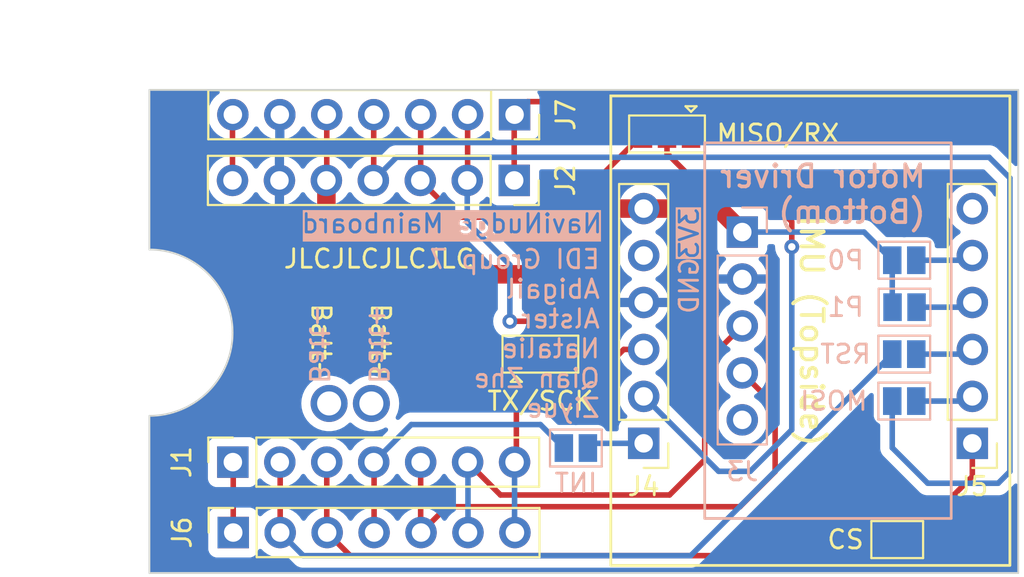
<source format=kicad_pcb>
(kicad_pcb (version 20240108) (generator "pcbnew") (generator_version "8.0")
  (layers (0 "F.Cu" signal) (31 "B.Cu" signal) (34 "B.Paste" user) (35 "F.Paste" user) (36 "B.SilkS" user "B.Silkscreen") (37 "F.SilkS" user "F.Silkscreen") (38 "B.Mask" user) (39 "F.Mask" user) (44 "Edge.Cuts" user))
  (net 0 "")
  (net 1 "/D0")
  (net 2 "/D2{slash}CS")
  (net 3 "/D1{slash}RST")
  (net 4 "/D3{slash}INT")
  (net 5 "/D4_SDA")
  (net 6 "/D5_SCL")
  (net 7 "/D6_TX")
  (net 8 "/D7_RX")
  (net 9 "/D8_SCK")
  (net 10 "/D9_MISO")
  (net 11 "/D10_MOSI")
  (net 12 "+3V3")
  (net 13 "GND")
  (net 14 "+5V")
  (net 16 "Net-(J4-Pin_2)")
  (net 17 "Net-(J4-Pin_3)")
  (net 19 "Net-(J5-Pin_5)")
  (net 20 "Net-(J5-Pin_4)")
  (net 21 "Net-(J5-Pin_3)")
  (net 23 "Net-(J5-Pin_2)")
  (net 24 "Net-(J4-Pin_1)")
  (net 25 "Net-(J5-Pin_1)")
  (footprint "Connector_PinHeader_2.54mm:PinHeader_1x06_P2.54mm_Vertical" (layer "F.Cu") (at 144.018 78.486 180)
    (property "Reference" "J5" (at 0 -2.33 0) (layer "F.SilkS"))
    (property "Value" "BNO085_Top" (hide yes))
    (fp_line (start 1.33 1.270001) (end 1.33 14.03) (stroke (width 0.12)) (layer "F.SilkS"))
    (fp_line (start -1.33 14.03) (end 1.33 14.03) (stroke (width 0.12)) (layer "F.SilkS"))
    (fp_line (start -1.33 1.270001) (end 1.33 1.270001) (stroke (width 0.12)) (layer "F.SilkS"))
    (fp_line (start -1.33 1.270001) (end -1.33 14.03) (stroke (width 0.12)) (layer "F.SilkS"))
    (fp_line (start -1.33 0) (end -1.33 -1.33) (stroke (width 0.12)) (layer "F.SilkS"))
    (fp_line (start -1.33 -1.33) (end 0 -1.33) (stroke (width 0.12)) (layer "F.SilkS"))
    (pad "1" thru_hole rect (at 0 0 180) (size 1.7 1.7) (drill 1) (layers "*.Cu" "*.Mask") (net 25 "Net-(J5-Pin_1)"))
    (pad "2" thru_hole oval (at 0 2.54 180) (size 1.7 1.7) (drill 1) (layers "*.Cu" "*.Mask") (net 23 "Net-(J5-Pin_2)"))
    (pad "3" thru_hole oval (at 0 5.079999 180) (size 1.7 1.7) (drill 1) (layers "*.Cu" "*.Mask") (net 21 "Net-(J5-Pin_3)"))
    (pad "4" thru_hole oval (at 0 7.62 180) (size 1.7 1.7) (drill 1) (layers "*.Cu" "*.Mask") (net 20 "Net-(J5-Pin_4)"))
    (pad "5" thru_hole oval (at 0 10.16 180) (size 1.7 1.7) (drill 1) (layers "*.Cu" "*.Mask") (net 19 "Net-(J5-Pin_5)"))
    (pad "6" thru_hole oval (at 0 12.7 180) (size 1.7 1.7) (drill 1) (layers "*.Cu" "*.Mask"))
  )
  (footprint "Connector_PinSocket_2.54mm:PinSocket_1x07_P2.54mm_Vertical" (layer "F.Cu") (at 104.033 83.312 90)
    (property "Reference" "J6" (at 0 -2.77 90) (layer "F.SilkS"))
    (property "Value" "Xiao_Left_Headers" (hide yes))
    (fp_line (start 1.33 -1.33) (end 1.33 0) (stroke (width 0.12)) (layer "F.SilkS"))
    (fp_line (start 0 -1.33) (end 1.33 -1.33) (stroke (width 0.12)) (layer "F.SilkS"))
    (fp_line (start 1.33 1.27) (end 1.33 16.57) (stroke (width 0.12)) (layer "F.SilkS"))
    (fp_line (start -1.33 1.27) (end 1.33 1.27) (stroke (width 0.12)) (layer "F.SilkS"))
    (fp_line (start -1.33 1.27) (end -1.33 16.57) (stroke (width 0.12)) (layer "F.SilkS"))
    (fp_line (start -1.33 16.57) (end 1.33 16.57) (stroke (width 0.12)) (layer "F.SilkS"))
    (pad "1" thru_hole rect (at 0 0 90) (size 1.7 1.7) (drill 1) (layers "*.Cu" "*.Mask") (net 1 "/D0"))
    (pad "2" thru_hole oval (at 0 2.54 90) (size 1.7 1.7) (drill 1) (layers "*.Cu" "*.Mask") (net 3 "/D1{slash}RST"))
    (pad "3" thru_hole oval (at 0 5.08 90) (size 1.7 1.7) (drill 1) (layers "*.Cu" "*.Mask") (net 2 "/D2{slash}CS"))
    (pad "4" thru_hole oval (at 0 7.62 90) (size 1.7 1.7) (drill 1) (layers "*.Cu" "*.Mask") (net 4 "/D3{slash}INT"))
    (pad "5" thru_hole oval (at 0 10.16 90) (size 1.7 1.7) (drill 1) (layers "*.Cu" "*.Mask") (net 5 "/D4_SDA"))
    (pad "6" thru_hole oval (at 0 12.7 90) (size 1.7 1.7) (drill 1) (layers "*.Cu" "*.Mask") (net 6 "/D5_SCL"))
    (pad "7" thru_hole oval (at 0 15.24 90) (size 1.7 1.7) (drill 1) (layers "*.Cu" "*.Mask") (net 7 "/D6_TX"))
  )
  (footprint "Connector_PinSocket_2.54mm:PinSocket_1x07_P2.54mm_Vertical" (layer "F.Cu") (at 119.253 60.706 -90)
    (property "Reference" "J7" (at 0 -2.77 90) (layer "F.SilkS"))
    (property "Value" "Xiao_Right_Headers" (hide yes))
    (fp_line (start -1.33 16.569999) (end 1.33 16.569999) (stroke (width 0.12)) (layer "F.SilkS"))
    (fp_line (start -1.33 1.270001) (end -1.33 16.569999) (stroke (width 0.12)) (layer "F.SilkS"))
    (fp_line (start -1.33 1.270001) (end 1.33 1.270001) (stroke (width 0.12)) (layer "F.SilkS"))
    (fp_line (start 1.33 1.270001) (end 1.33 16.569999) (stroke (width 0.12)) (layer "F.SilkS"))
    (fp_line (start 0 -1.33) (end 1.33 -1.33) (stroke (width 0.12)) (layer "F.SilkS"))
    (fp_line (start 1.33 -1.33) (end 1.33 0) (stroke (width 0.12)) (layer "F.SilkS"))
    (pad "1" thru_hole rect (at 0 0 270) (size 1.7 1.7) (drill 1) (layers "*.Cu" "*.Mask") (net 8 "/D7_RX"))
    (pad "2" thru_hole oval (at 0 2.54 270) (size 1.7 1.7) (drill 1) (layers "*.Cu" "*.Mask") (net 9 "/D8_SCK"))
    (pad "3" thru_hole oval (at 0 5.079999 270) (size 1.7 1.7) (drill 1) (layers "*.Cu" "*.Mask") (net 10 "/D9_MISO"))
    (pad "4" thru_hole oval (at 0 7.62 270) (size 1.7 1.7) (drill 1) (layers "*.Cu" "*.Mask") (net 11 "/D10_MOSI"))
    (pad "5" thru_hole oval (at 0 10.16 270) (size 1.7 1.7) (drill 1) (layers "*.Cu" "*.Mask") (net 12 "+3V3"))
    (pad "6" thru_hole oval (at 0 12.7 270) (size 1.7 1.7) (drill 1) (layers "*.Cu" "*.Mask") (net 13 "GND"))
    (pad "7" thru_hole oval (at 0 15.24 270) (size 1.7 1.7) (drill 1) (layers "*.Cu" "*.Mask") (net 14 "+5V"))
  )
  (footprint "Jumper:SolderJumper-3_P1.3mm_Bridged12_Pad1.0x1.5mm" (layer "F.Cu") (at 120.65 73.66)
    (property "Reference" "JP1" (hide yes))
    (property "Value" "TX/SCK" (at 0 2.54 0) (layer "F.SilkS"))
    (fp_poly (pts (xy -0.9 -0.3) (xy -0.4 -0.3) (xy -0.4 0.3) (xy -0.9 0.3)) (fill solid) (layer "F.Cu"))
    (fp_line (start -2.05 -1) (end 2.05 -1) (stroke (width 0.12)) (layer "F.SilkS"))
    (fp_line (start -2.05 1) (end -2.05 -1) (stroke (width 0.12)) (layer "F.SilkS"))
    (fp_line (start -1.6 1.5) (end -1 1.5) (stroke (width 0.12)) (layer "F.SilkS"))
    (fp_line (start -1.3 1.2) (end -1.6 1.5) (stroke (width 0.12)) (layer "F.SilkS"))
    (fp_line (start -1.3 1.2) (end -1 1.5) (stroke (width 0.12)) (layer "F.SilkS"))
    (fp_line (start 2.05 -1) (end 2.05 1) (stroke (width 0.12)) (layer "F.SilkS"))
    (fp_line (start 2.05 1) (end -2.05 1) (stroke (width 0.12)) (layer "F.SilkS"))
    (pad "1" smd rect (at -1.3 0) (size 1 1.5) (layers "F.Cu" "F.Mask") (net 7 "/D6_TX"))
    (pad "2" smd rect (at 0 0) (size 1 1.5) (layers "F.Cu" "F.Mask") (net 17 "Net-(J4-Pin_3)"))
    (pad "3" smd rect (at 1.3 0) (size 1 1.5) (layers "F.Cu" "F.Mask") (net 9 "/D8_SCK"))
  )
  (footprint "Connector_PinHeader_2.54mm:PinHeader_1x06_P2.54mm_Vertical" (layer "F.Cu") (at 126.238 78.486 180)
    (property "Reference" "J4" (at 0 -2.33 0) (layer "F.SilkS"))
    (property "Value" "BNO085_Bottom" (hide yes))
    (fp_line (start 1.33 1.270001) (end 1.33 14.03) (stroke (width 0.12)) (layer "F.SilkS"))
    (fp_line (start -1.33 14.03) (end 1.33 14.03) (stroke (width 0.12)) (layer "F.SilkS"))
    (fp_line (start -1.33 1.270001) (end 1.33 1.270001) (stroke (width 0.12)) (layer "F.SilkS"))
    (fp_line (start -1.33 1.270001) (end -1.33 14.03) (stroke (width 0.12)) (layer "F.SilkS"))
    (fp_line (start -1.33 0) (end -1.33 -1.33) (stroke (width 0.12)) (layer "F.SilkS"))
    (fp_line (start -1.33 -1.33) (end 0 -1.33) (stroke (width 0.12)) (layer "F.SilkS"))
    (pad "1" thru_hole rect (at 0 0 180) (size 1.7 1.7) (drill 1) (layers "*.Cu" "*.Mask") (net 24 "Net-(J4-Pin_1)"))
    (pad "2" thru_hole oval (at 0 2.54 180) (size 1.7 1.7) (drill 1) (layers "*.Cu" "*.Mask") (net 16 "Net-(J4-Pin_2)"))
    (pad "3" thru_hole oval (at 0 5.079999 180) (size 1.7 1.7) (drill 1) (layers "*.Cu" "*.Mask") (net 17 "Net-(J4-Pin_3)"))
    (pad "4" thru_hole oval (at 0 7.62 180) (size 1.7 1.7) (drill 1) (layers "*.Cu" "*.Mask") (net 13 "GND"))
    (pad "5" thru_hole oval (at 0 10.16 180) (size 1.7 1.7) (drill 1) (layers "*.Cu" "*.Mask"))
    (pad "6" thru_hole oval (at 0 12.7 180) (size 1.7 1.7) (drill 1) (layers "*.Cu" "*.Mask") (net 12 "+3V3"))
  )
  (footprint "Connector_PinSocket_2.54mm:PinSocket_1x07_P2.54mm_Vertical" (layer "F.Cu") (at 119.233 64.262 -90)
    (property "Reference" "J2" (at 0 -2.77 90) (layer "F.SilkS"))
    (property "Value" "Xiao_Right" (hide yes))
    (fp_line (start -1.33 16.57) (end 1.33 16.57) (stroke (width 0.12)) (layer "F.SilkS"))
    (fp_line (start -1.33 1.27) (end -1.33 16.57) (stroke (width 0.12)) (layer "F.SilkS"))
    (fp_line (start -1.33 1.27) (end 1.33 1.27) (stroke (width 0.12)) (layer "F.SilkS"))
    (fp_line (start 1.33 1.27) (end 1.33 16.57) (stroke (width 0.12)) (layer "F.SilkS"))
    (fp_line (start 0 -1.33) (end 1.33 -1.33) (stroke (width 0.12)) (layer "F.SilkS"))
    (fp_line (start 1.33 -1.33) (end 1.33 0) (stroke (width 0.12)) (layer "F.SilkS"))
    (pad "1" thru_hole rect (at 0 0 270) (size 1.7 1.7) (drill 1) (layers "*.Cu" "*.Mask") (net 8 "/D7_RX"))
    (pad "2" thru_hole oval (at 0 2.54 270) (size 1.7 1.7) (drill 1) (layers "*.Cu" "*.Mask") (net 9 "/D8_SCK"))
    (pad "3" thru_hole oval (at 0 5.08 270) (size 1.7 1.7) (drill 1) (layers "*.Cu" "*.Mask") (net 10 "/D9_MISO"))
    (pad "4" thru_hole oval (at 0 7.62 270) (size 1.7 1.7) (drill 1) (layers "*.Cu" "*.Mask") (net 11 "/D10_MOSI"))
    (pad "5" thru_hole oval (at 0 10.16 270) (size 1.7 1.7) (drill 1) (layers "*.Cu" "*.Mask") (net 12 "+3V3"))
    (pad "6" thru_hole oval (at 0 12.7 270) (size 1.7 1.7) (drill 1) (layers "*.Cu" "*.Mask") (net 13 "GND"))
    (pad "7" thru_hole oval (at 0 15.24 270) (size 1.7 1.7) (drill 1) (layers "*.Cu" "*.Mask") (net 14 "+5V"))
  )
  (footprint "Jumper:SolderJumper-3_P1.3mm_Bridged12_Pad1.0x1.5mm" (layer "F.Cu") (at 127.5 61.75 180)
    (property "Reference" "JP2" (hide yes))
    (property "Value" "MISO/RX" (at -6 0 180) (layer "F.SilkS"))
    (fp_poly (pts (xy -0.9 -0.3) (xy -0.4 -0.3) (xy -0.4 0.3) (xy -0.9 0.3)) (fill solid) (layer "F.Cu"))
    (fp_line (start 2.05 1) (end -2.05 1) (stroke (width 0.12)) (layer "F.SilkS"))
    (fp_line (start 2.05 -1) (end 2.05 1) (stroke (width 0.12)) (layer "F.SilkS"))
    (fp_line (start -1.3 1.2) (end -1 1.5) (stroke (width 0.12)) (layer "F.SilkS"))
    (fp_line (start -1.3 1.2) (end -1.6 1.5) (stroke (width 0.12)) (layer "F.SilkS"))
    (fp_line (start -1.6 1.5) (end -1 1.5) (stroke (width 0.12)) (layer "F.SilkS"))
    (fp_line (start -2.05 1) (end -2.05 -1) (stroke (width 0.12)) (layer "F.SilkS"))
    (fp_line (start -2.05 -1) (end 2.05 -1) (stroke (width 0.12)) (layer "F.SilkS"))
    (pad "1" smd rect (at -1.3 0 180) (size 1 1.5) (layers "F.Cu" "F.Mask") (net 8 "/D7_RX"))
    (pad "2" smd rect (at 0 0 180) (size 1 1.5) (layers "F.Cu" "F.Mask") (net 16 "Net-(J4-Pin_2)"))
    (pad "3" smd rect (at 1.3 0 180) (size 1 1.5) (layers "F.Cu" "F.Mask") (net 10 "/D9_MISO"))
  )
  (footprint "Jumper:SolderJumper-2_P1.3mm_Open_Pad1.0x1.5mm" (layer "F.Cu") (at 139.954 83.693 180)
    (property "Reference" "JP8" (hide yes))
    (property "Value" "CS" (at 2.794 0 0) (layer "F.SilkS"))
    (fp_line (start 1.4 1) (end -1.4 1) (stroke (width 0.12)) (layer "F.SilkS"))
    (fp_line (start 1.4 -1) (end 1.4 1) (stroke (width 0.12)) (layer "F.SilkS"))
    (fp_line (start -1.4 1) (end -1.4 -1) (stroke (width 0.12)) (layer "F.SilkS"))
    (fp_line (start -1.4 -1) (end 1.4 -1) (stroke (width 0.12)) (layer "F.SilkS"))
    (pad "1" smd rect (at -0.649999 0 180) (size 1 1.5) (layers "F.Cu" "F.Mask") (net 25 "Net-(J5-Pin_1)"))
    (pad "2" smd rect (at 0.649999 0 180) (size 1 1.5) (layers "F.Cu" "F.Mask") (net 2 "/D2{slash}CS"))
  )
  (footprint "Connector_PinSocket_2.54mm:PinSocket_1x07_P2.54mm_Vertical" (layer "F.Cu") (at 104.013 79.502 90)
    (property "Reference" "J1" (at 0 -2.77 90) (layer "F.SilkS"))
    (property "Value" "Xiao_Left" (hide yes))
    (fp_line (start 1.33 -1.33) (end 1.33 0) (stroke (width 0.12)) (layer "F.SilkS"))
    (fp_line (start 0 -1.33) (end 1.33 -1.33) (stroke (width 0.12)) (layer "F.SilkS"))
    (fp_line (start 1.33 1.27) (end 1.33 16.57) (stroke (width 0.12)) (layer "F.SilkS"))
    (fp_line (start -1.33 1.27) (end 1.33 1.27) (stroke (width 0.12)) (layer "F.SilkS"))
    (fp_line (start -1.33 1.27) (end -1.33 16.57) (stroke (width 0.12)) (layer "F.SilkS"))
    (fp_line (start -1.33 16.57) (end 1.33 16.57) (stroke (width 0.12)) (layer "F.SilkS"))
    (pad "1" thru_hole rect (at 0 0 90) (size 1.7 1.7) (drill 1) (layers "*.Cu" "*.Mask") (net 1 "/D0"))
    (pad "2" thru_hole oval (at 0 2.54 90) (size 1.7 1.7) (drill 1) (layers "*.Cu" "*.Mask") (net 3 "/D1{slash}RST"))
    (pad "3" thru_hole oval (at 0 5.08 90) (size 1.7 1.7) (drill 1) (layers "*.Cu" "*.Mask") (net 2 "/D2{slash}CS"))
    (pad "4" thru_hole oval (at 0 7.62 90) (size 1.7 1.7) (drill 1) (layers "*.Cu" "*.Mask") (net 4 "/D3{slash}INT"))
    (pad "5" thru_hole oval (at 0 10.16 90) (size 1.7 1.7) (drill 1) (layers "*.Cu" "*.Mask") (net 5 "/D4_SDA"))
    (pad "6" thru_hole oval (at 0 12.7 90) (size 1.7 1.7) (drill 1) (layers "*.Cu" "*.Mask") (net 6 "/D5_SCL"))
    (pad "7" thru_hole oval (at 0 15.24 90) (size 1.7 1.7) (drill 1) (layers "*.Cu" "*.Mask") (net 7 "/D6_TX"))
  )
  (footprint "Connector_PinHeader_2.54mm:PinHeader_1x05_P2.54mm_Vertical" (layer "B.Cu") (at 131.572 67.056 180)
    (property "Reference" "J3" (at 0 -12.954 0) (layer "B.SilkS") (effects (justify mirror)))
    (property "Value" "DRV2605_underboard" (hide yes))
    (fp_line (start 1.33 -1.270001) (end -1.33 -1.270001) (stroke (width 0.12)) (layer "B.SilkS"))
    (fp_line (start 1.33 -11.49) (end 1.33 -1.270001) (stroke (width 0.12)) (layer "B.SilkS"))
    (fp_line (start 1.33 -11.49) (end -1.33 -11.49) (stroke (width 0.12)) (layer "B.SilkS"))
    (fp_line (start 0 1.33) (end -1.33 1.33) (stroke (width 0.12)) (layer "B.SilkS"))
    (fp_line (start -1.33 1.33) (end -1.33 0) (stroke (width 0.12)) (layer "B.SilkS"))
    (fp_line (start -1.33 -11.49) (end -1.33 -1.270001) (stroke (width 0.12)) (layer "B.SilkS"))
    (pad "1" thru_hole rect (at 0 0 180) (size 1.7 1.7) (drill 1) (layers "*.Cu" "*.Mask") (net 12 "+3V3"))
    (pad "2" thru_hole oval (at 0 -2.54 180) (size 1.7 1.7) (drill 1) (layers "*.Cu" "*.Mask") (net 13 "GND"))
    (pad "3" thru_hole oval (at 0 -5.079999 180) (size 1.7 1.7) (drill 1) (layers "*.Cu" "*.Mask") (net 6 "/D5_SCL"))
    (pad "4" thru_hole oval (at 0 -7.62 180) (size 1.7 1.7) (drill 1) (layers "*.Cu" "*.Mask") (net 5 "/D4_SDA"))
    (pad "5" thru_hole oval (at 0 -10.16 180) (size 1.7 1.7) (drill 1) (layers "*.Cu" "*.Mask"))
  )
  (footprint "Jumper:SolderJumper-2_P1.3mm_Open_Pad1.0x1.5mm" (layer "B.Cu") (at 122.57 78.74 180)
    (property "Reference" "JP7" (hide yes))
    (property "Value" "INT" (at 0 -1.9 0) (layer "B.SilkS") (effects (justify mirror)))
    (fp_line (start 1.4 1) (end -1.4 1) (stroke (width 0.12)) (layer "B.SilkS"))
    (fp_line (start 1.4 -1) (end 1.4 1) (stroke (width 0.12)) (layer "B.SilkS"))
    (fp_line (start -1.4 1) (end -1.4 -1) (stroke (width 0.12)) (layer "B.SilkS"))
    (fp_line (start -1.4 -1) (end 1.4 -1) (stroke (width 0.12)) (layer "B.SilkS"))
    (pad "1" smd rect (at -0.65 0 180) (size 1 1.5) (layers "B.Cu" "B.Mask") (net 24 "Net-(J4-Pin_1)"))
    (pad "2" smd rect (at 0.65 0 180) (size 1 1.5) (layers "B.Cu" "B.Mask") (net 4 "/D3{slash}INT"))
  )
  (footprint "Jumper:SolderJumper-2_P1.3mm_Open_Pad1.0x1.5mm" (layer "B.Cu") (at 140.335 68.58)
    (property "Reference" "JP3" (hide yes))
    (property "Value" "P0" (at -3.175 0 0) (layer "B.SilkS") (effects (justify mirror)))
    (fp_line (start -1.4 -1) (end 1.4 -1) (stroke (width 0.12)) (layer "B.SilkS"))
    (fp_line (start -1.4 1) (end -1.4 -1) (stroke (width 0.12)) (layer "B.SilkS"))
    (fp_line (start 1.4 -1) (end 1.4 1) (stroke (width 0.12)) (layer "B.SilkS"))
    (fp_line (start 1.4 1) (end -1.4 1) (stroke (width 0.12)) (layer "B.SilkS"))
    (pad "1" smd rect (at -0.649999 0) (size 1 1.5) (layers "B.Cu" "B.Mask") (net 12 "+3V3"))
    (pad "2" smd rect (at 0.649999 0) (size 1 1.5) (layers "B.Cu" "B.Mask") (net 19 "Net-(J5-Pin_5)"))
  )
  (footprint "Jumper:SolderJumper-2_P1.3mm_Open_Pad1.0x1.5mm" (layer "B.Cu") (at 140.35 71.12)
    (property "Reference" "JP4" (hide yes))
    (property "Value" "P1" (at -3.19 0 0) (layer "B.SilkS") (effects (justify mirror)))
    (fp_line (start -1.4 -1) (end 1.4 -1) (stroke (width 0.12)) (layer "B.SilkS"))
    (fp_line (start -1.4 1) (end -1.4 -1) (stroke (width 0.12)) (layer "B.SilkS"))
    (fp_line (start 1.4 -1) (end 1.4 1) (stroke (width 0.12)) (layer "B.SilkS"))
    (fp_line (start 1.4 1) (end -1.4 1) (stroke (width 0.12)) (layer "B.SilkS"))
    (pad "1" smd rect (at -0.649999 0) (size 1 1.5) (layers "B.Cu" "B.Mask") (net 12 "+3V3"))
    (pad "2" smd rect (at 0.649999 0) (size 1 1.5) (layers "B.Cu" "B.Mask") (net 20 "Net-(J5-Pin_4)"))
  )
  (footprint "Jumper:SolderJumper-2_P1.3mm_Open_Pad1.0x1.5mm" (layer "B.Cu") (at 140.335 76.2 180)
    (property "Reference" "JP5" (hide yes))
    (property "Value" "MOSI" (at 3.81 0 0) (layer "B.SilkS") (effects (justify mirror)))
    (fp_line (start 1.4 1) (end -1.4 1) (stroke (width 0.12)) (layer "B.SilkS"))
    (fp_line (start 1.4 -1) (end 1.4 1) (stroke (width 0.12)) (layer "B.SilkS"))
    (fp_line (start -1.4 1) (end -1.4 -1) (stroke (width 0.12)) (layer "B.SilkS"))
    (fp_line (start -1.4 -1) (end 1.4 -1) (stroke (width 0.12)) (layer "B.SilkS"))
    (pad "1" smd rect (at -0.65 0 180) (size 1 1.5) (layers "B.Cu" "B.Mask") (net 23 "Net-(J5-Pin_2)"))
    (pad "2" smd rect (at 0.65 0 180) (size 1 1.5) (layers "B.Cu" "B.Mask") (net 11 "/D10_MOSI"))
  )
  (footprint "Jumper:SolderJumper-2_P1.3mm_Open_Pad1.0x1.5mm" (layer "B.Cu") (at 140.335 73.66 180)
    (property "Reference" "JP6" (hide yes))
    (property "Value" "RST" (at 3.175 0 0) (layer "B.SilkS") (effects (justify mirror)))
    (fp_line (start 1.4 1) (end -1.4 1) (stroke (width 0.12)) (layer "B.SilkS"))
    (fp_line (start 1.4 -1) (end 1.4 1) (stroke (width 0.12)) (layer "B.SilkS"))
    (fp_line (start -1.4 1) (end -1.4 -1) (stroke (width 0.12)) (layer "B.SilkS"))
    (fp_line (start -1.4 -1) (end 1.4 -1) (stroke (width 0.12)) (layer "B.SilkS"))
    (pad "1" smd rect (at -0.649999 0 180) (size 1 1.5) (layers "B.Cu" "B.Mask") (net 21 "Net-(J5-Pin_3)"))
    (pad "2" smd rect (at 0.649999 0 180) (size 1 1.5) (layers "B.Cu" "B.Mask") (net 3 "/D1{slash}RST"))
  )
  (gr_rect (start 129.54 62.23) (end 142.875 82.55) (stroke (width 0.15)) (fill none) (layer "B.SilkS"))
  (gr_rect (start 124.46 59.69) (end 146.05 85.09) (stroke (width 0.15)) (fill none) (layer "F.SilkS"))
  (gr_line (start 146.5 59.365) (end 146.5 85.5) (stroke (width 0.1)) (layer "Edge.Cuts"))
  (gr_line (start 146.5 85.5) (end 99.5 85.5) (stroke (width 0.1)) (layer "Edge.Cuts"))
  (gr_line (start 99.5 85.5) (end 99.5 77) (stroke (width 0.1)) (layer "Edge.Cuts"))
  (gr_arc (start 104 72.5) (mid 102.681981 75.681981) (end 99.5 77) (stroke (width 0.1)) (layer "Edge.Cuts"))
  (gr_line (start 146.5 59.365) (end 99.5 59.365) (stroke (width 0.1)) (layer "Edge.Cuts"))
  (gr_arc (start 99.5 68) (mid 102.681981 69.318019) (end 104 72.5) (stroke (width 0.1)) (layer "Edge.Cuts"))
  (gr_line (start 99.5 68) (end 99.5 59.365) (stroke (width 0.1)) (layer "Edge.Cuts"))
  (gr_text "GND" (at 129.286 68.326 90) (layer "B.SilkS") (effects (font (size 1 1)) (justify left bottom mirror)))
  (gr_text "3V3" (at 129.286 65.659 90) (layer "B.SilkS" knockout) (effects (font (size 1 1)) (justify left bottom mirror)))
  (gr_text "Motor Driver\n(Bottom)" (at 141.605 66.675 0) (layer "B.SilkS") (effects (font (size 1.2 1.2) (thickness 0.2) (bold yes)) (justify left bottom mirror)))
  (gr_text "Batt+\n\nBatt-" (at 108.077 70.866 270) (layer "B.SilkS") (effects (font (size 1 1)) (justify right bottom mirror)))
  (gr_text "NaviNudge Mainboard" (at 124.079 67.183 0) (layer "B.SilkS" knockout) (effects (font (size 1 1)) (justify left bottom mirror)))
  (gr_text "EDI Group 7\nAbigail\nAlster\nNatalie\nQian Zhe\nZiyue" (at 123.952 67.945 0) (layer "B.SilkS") (effects (font (size 1 1)) (justify left top mirror)))
  (gr_text "JLCJLCJLCJLC" (at 106.68 69.088 0) (layer "F.SilkS") (effects (font (size 1 1)) (justify left bottom)))
  (gr_text "Batt+\n\nBatt-" (at 108.204 75.311 270) (layer "F.SilkS") (effects (font (size 1 1)) (justify right bottom)))
  (gr_text "IMU (Topside)" (at 134.62 66.04 270) (layer "F.SilkS") (effects (font (size 1.2 1.2) (thickness 0.2) (bold yes)) (justify left bottom)))
  (via (at 109.22 76.327) (size 2) (drill 1.3) (layers "F.Cu" "B.Cu") (net 0))
  (via (at 111.506 76.327) (size 2) (drill 1.3) (layers "F.Cu" "B.Cu") (net 0))
  (segment (start 104.033 79.522) (end 104.013 79.502) (width 0.3) (layer "F.Cu") (net 1))
  (segment (start 104.033 83.312) (end 104.033 79.522) (width 0.3) (layer "F.Cu") (net 1))
  (segment (start 110.363 84.562) (end 109.113 83.312) (width 0.3) (layer "F.Cu") (net 2))
  (segment (start 138.811 83.693) (end 137.942 84.562) (width 0.3) (layer "F.Cu") (net 2))
  (segment (start 109.093 79.502) (end 109.093 83.292) (width 0.3) (layer "F.Cu") (net 2))
  (segment (start 139.304001 83.693) (end 138.811 83.693) (width 0.3) (layer "F.Cu") (net 2))
  (segment (start 109.093 83.292) (end 109.113 83.312) (width 0.3) (layer "F.Cu") (net 2))
  (segment (start 137.942 84.562) (end 110.363 84.562) (width 0.3) (layer "F.Cu") (net 2))
  (segment (start 106.573 83.312) (end 106.573 79.522) (width 0.3) (layer "F.Cu") (net 3))
  (segment (start 106.573 79.522) (end 106.553 79.502) (width 0.3) (layer "F.Cu") (net 3))
  (segment (start 107.823 84.562) (end 106.573 83.312) (width 0.3) (layer "B.Cu") (net 3))
  (segment (start 139.685001 73.66) (end 128.783001 84.562) (width 0.3) (layer "B.Cu") (net 3))
  (segment (start 128.783001 84.562) (end 107.823 84.562) (width 0.3) (layer "B.Cu") (net 3))
  (segment (start 111.653 79.776) (end 111.653 83.312) (width 0.3) (layer "F.Cu") (net 4))
  (segment (start 111.633 79.502) (end 111.633 79.756) (width 0.3) (layer "F.Cu") (net 4))
  (segment (start 111.633 79.756) (end 111.653 79.776) (width 0.3) (layer "F.Cu") (net 4))
  (segment (start 120.65 77.47) (end 113.665 77.47) (width 0.3) (layer "B.Cu") (net 4))
  (segment (start 121.92 78.74) (end 120.65 77.47) (width 0.3) (layer "B.Cu") (net 4))
  (segment (start 113.665 77.47) (end 111.633 79.502) (width 0.3) (layer "B.Cu") (net 4))
  (segment (start 115.59 81.915) (end 114.193 83.312) (width 0.3) (layer "F.Cu") (net 5))
  (segment (start 133.35 76.454) (end 133.35 80.01) (width 0.3) (layer "F.Cu") (net 5))
  (segment (start 131.572 74.676) (end 133.35 76.454) (width 0.3) (layer "F.Cu") (net 5))
  (segment (start 114.173 79.502) (end 114.173 83.292) (width 0.3) (layer "F.Cu") (net 5))
  (segment (start 114.173 83.292) (end 114.193 83.312) (width 0.3) (layer "F.Cu") (net 5))
  (segment (start 133.35 80.01) (end 131.445 81.915) (width 0.3) (layer "F.Cu") (net 5))
  (segment (start 131.445 81.915) (end 115.59 81.915) (width 0.3) (layer "F.Cu") (net 5))
  (segment (start 114.173 83.292) (end 114.193 83.312) (width 0.3) (layer "B.Cu") (net 5))
  (segment (start 131.572 72.135999) (end 129.54 74.167999) (width 0.3) (layer "F.Cu") (net 6))
  (segment (start 129.54 79.375) (end 127.635 81.28) (width 0.3) (layer "F.Cu") (net 6))
  (segment (start 129.54 74.167999) (end 129.54 79.375) (width 0.3) (layer "F.Cu") (net 6))
  (segment (start 127.635 81.28) (end 118.491 81.28) (width 0.3) (layer "F.Cu") (net 6))
  (segment (start 118.491 81.28) (end 116.713 79.502) (width 0.3) (layer "F.Cu") (net 6))
  (segment (start 116.733 79.522) (end 116.713 79.502) (width 0.3) (layer "B.Cu") (net 6))
  (segment (start 116.733 83.312) (end 116.733 79.522) (width 0.3) (layer "B.Cu") (net 6))
  (segment (start 119.35 79.405) (end 119.253 79.502) (width 0.3) (layer "F.Cu") (net 7))
  (segment (start 119.35 73.66) (end 119.35 79.405) (width 0.3) (layer "F.Cu") (net 7))
  (segment (start 119.253 83.292) (end 119.273 83.312) (width 0.3) (layer "B.Cu") (net 7))
  (segment (start 119.253 79.502) (end 119.253 83.292) (width 0.3) (layer "B.Cu") (net 7))
  (segment (start 119.959 60) (end 119.253 60.706) (width 0.3) (layer "F.Cu") (net 8))
  (segment (start 128.1 60) (end 119.959 60) (width 0.3) (layer "F.Cu") (net 8))
  (segment (start 119.233 60.726) (end 119.253 60.706) (width 0.3) (layer "F.Cu") (net 8))
  (segment (start 119.233 64.262) (end 119.233 60.726) (width 0.3) (layer "F.Cu") (net 8))
  (segment (start 128.8 60.7) (end 128.1 60) (width 0.3) (layer "F.Cu") (net 8))
  (segment (start 128.8 61.75) (end 128.8 60.7) (width 0.3) (layer "F.Cu") (net 8))
  (segment (start 121.95 72.91) (end 121.95 73.66) (width 0.3) (layer "F.Cu") (net 9))
  (segment (start 116.713 64.242) (end 116.693 64.262) (width 0.3) (layer "F.Cu") (net 9))
  (segment (start 118.999 71.882) (end 120.922 71.882) (width 0.3) (layer "F.Cu") (net 9))
  (segment (start 116.713 60.706) (end 116.713 64.242) (width 0.3) (layer "F.Cu") (net 9))
  (segment (start 120.922 71.882) (end 121.95 72.91) (width 0.3) (layer "F.Cu") (net 9))
  (via (at 118.999 71.882) (size 0.8) (drill 0.4) (layers "F.Cu" "B.Cu") (net 9))
  (segment (start 116.693 66.528) (end 116.693 64.262) (width 0.3) (layer "B.Cu") (net 9))
  (segment (start 118.999 71.882) (end 118.999 68.834) (width 0.3) (layer "B.Cu") (net 9))
  (segment (start 118.999 68.834) (end 116.693 66.528) (width 0.3) (layer "B.Cu") (net 9))
  (segment (start 114.173001 64.241999) (end 114.153 64.262) (width 0.3) (layer "F.Cu") (net 10))
  (segment (start 116.141 66.25) (end 114.153 64.262) (width 0.3) (layer "F.Cu") (net 10))
  (segment (start 114.173001 60.706) (end 114.173001 64.241999) (width 0.3) (layer "F.Cu") (net 10))
  (segment (start 126.2 61.75) (end 121.7 66.25) (width 0.3) (layer "F.Cu") (net 10))
  (segment (start 121.7 66.25) (end 116.141 66.25) (width 0.3) (layer "F.Cu") (net 10))
  (segment (start 111.633 60.706) (end 111.633 64.242) (width 0.3) (layer "F.Cu") (net 11))
  (segment (start 111.633 64.242) (end 111.613 64.262) (width 0.3) (layer "F.Cu") (net 11))
  (segment (start 111.613 64.262) (end 112.863 63.012) (width 0.3) (layer "B.Cu") (net 11))
  (segment (start 146.05 64.135) (end 146.05 80.01) (width 0.3) (layer "B.Cu") (net 11))
  (segment (start 146.05 80.01) (end 145.415 80.645) (width 0.3) (layer "B.Cu") (net 11))
  (segment (start 112.863 63.012) (end 144.927 63.012) (width 0.3) (layer "B.Cu") (net 11))
  (segment (start 139.685 78.725) (end 139.685 76.2) (width 0.3) (layer "B.Cu") (net 11))
  (segment (start 145.415 80.645) (end 141.605 80.645) (width 0.3) (layer "B.Cu") (net 11))
  (segment (start 141.605 80.645) (end 139.685 78.725) (width 0.3) (layer "B.Cu") (net 11))
  (segment (start 144.927 63.012) (end 146.05 64.135) (width 0.3) (layer "B.Cu") (net 11))
  (segment (start 130.302 65.786) (end 131.572 67.056) (width 1) (layer "F.Cu") (net 12))
  (segment (start 109.073 64.262) (end 109.073 68.433) (width 1) (layer "F.Cu") (net 12))
  (segment (start 126.238 65.786) (end 130.302 65.786) (width 1) (layer "F.Cu") (net 12))
  (segment (start 109.093 64.242) (end 109.073 64.262) (width 0.3) (layer "F.Cu") (net 12))
  (segment (start 109.982 69.342) (end 121.158 69.342) (width 1) (layer "F.Cu") (net 12))
  (segment (start 121.158 69.342) (end 124.714 65.786) (width 1) (layer "F.Cu") (net 12))
  (segment (start 109.073 68.433) (end 109.982 69.342) (width 1) (layer "F.Cu") (net 12))
  (segment (start 124.714 65.786) (end 126.238 65.786) (width 1) (layer "F.Cu") (net 12))
  (segment (start 109.093 60.706) (end 109.093 64.242) (width 0.3) (layer "F.Cu") (net 12))
  (segment (start 139.685001 71.105) (end 139.700001 71.12) (width 0.3) (layer "B.Cu") (net 12))
  (segment (start 138.161001 67.056) (end 139.685001 68.58) (width 0.3) (layer "B.Cu") (net 12))
  (segment (start 139.685001 68.58) (end 139.685001 71.105) (width 0.3) (layer "B.Cu") (net 12))
  (segment (start 131.572 67.056) (end 138.161001 67.056) (width 0.3) (layer "B.Cu") (net 12))
  (segment (start 103.993 60.726) (end 104.013 60.706) (width 0.3) (layer "F.Cu") (net 14))
  (segment (start 103.993 64.262) (end 103.993 60.726) (width 0.3) (layer "F.Cu") (net 14))
  (segment (start 131.75 64) (end 128.7 64) (width 0.3) (layer "F.Cu") (net 16))
  (segment (start 134.25 67.856) (end 134.25 66.5) (width 0.3) (layer "F.Cu") (net 16))
  (segment (start 128.7 64) (end 127.5 62.8) (width 0.3) (layer "F.Cu") (net 16))
  (segment (start 134.25 66.5) (end 131.75 64) (width 0.3) (layer "F.Cu") (net 16))
  (segment (start 127.5 62.8) (end 127.5 61.75) (width 0.3) (layer "F.Cu") (net 16))
  (via (at 134.25 67.856) (size 0.8) (drill 0.4) (layers "F.Cu" "B.Cu") (net 16))
  (segment (start 134.25 77.75) (end 134.25 68.5) (width 0.3) (layer "B.Cu") (net 16))
  (segment (start 134.25 68.5) (end 134.25 67.856) (width 0.3) (layer "B.Cu") (net 16))
  (segment (start 126.238 75.946) (end 130.292 80) (width 0.3) (layer "B.Cu") (net 16))
  (segment (start 130.292 80) (end 132 80) (width 0.3) (layer "B.Cu") (net 16))
  (segment (start 132 80) (end 134.25 77.75) (width 0.3) (layer "B.Cu") (net 16))
  (segment (start 125.158499 73.406001) (end 126.238 73.406001) (width 0.3) (layer "F.Cu") (net 17))
  (segment (start 120.65 74.71) (end 121.505 75.565) (width 0.3) (layer "F.Cu") (net 17))
  (segment (start 122.9995 75.565) (end 125.158499 73.406001) (width 0.3) (layer "F.Cu") (net 17))
  (segment (start 120.65 73.66) (end 120.65 74.71) (width 0.3) (layer "F.Cu") (net 17))
  (segment (start 121.505 75.565) (end 122.9995 75.565) (width 0.3) (layer "F.Cu") (net 17))
  (segment (start 140.984999 68.58) (end 143.764 68.58) (width 0.3) (layer "B.Cu") (net 19))
  (segment (start 143.764 68.58) (end 144.018 68.326) (width 0.3) (layer "B.Cu") (net 19))
  (segment (start 140.999999 71.12) (end 143.764 71.12) (width 0.3) (layer "B.Cu") (net 20))
  (segment (start 143.764 71.12) (end 144.018 70.866) (width 0.3) (layer "B.Cu") (net 20))
  (segment (start 140.984999 73.66) (end 143.764001 73.66) (width 0.3) (layer "B.Cu") (net 21))
  (segment (start 143.764001 73.66) (end 144.018 73.406001) (width 0.3) (layer "B.Cu") (net 21))
  (segment (start 140.985 76.2) (end 143.764 76.2) (width 0.3) (layer "B.Cu") (net 23))
  (segment (start 143.764 76.2) (end 144.018 75.946) (width 0.3) (layer "B.Cu") (net 23))
  (segment (start 123.474 78.486) (end 123.22 78.74) (width 0.3) (layer "B.Cu") (net 24))
  (segment (start 126.238 78.486) (end 123.474 78.486) (width 0.3) (layer "B.Cu") (net 24))
  (segment (start 144.018 80.278999) (end 140.603999 83.693) (width 0.3) (layer "F.Cu") (net 25))
  (segment (start 144.018 78.486) (end 144.018 80.278999) (width 0.3) (layer "F.Cu") (net 25))
  (zone (net 13) (net_name "GND") (layer "B.Cu") (connect_pads (clearance 0.5)) (min_thickness 0.25) (fill yes (thermal_gap 0.5) (thermal_bridge_width 0.5))
    (polygon (pts (xy 99.195 59.055) (xy 146.82 59.055) (xy 146.82 85.725) (xy 99.195 85.725)))
  )
)
</source>
